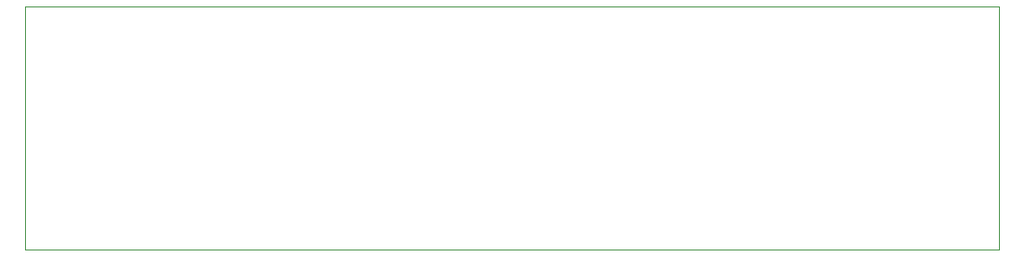
<source format=gbr>
%TF.GenerationSoftware,KiCad,Pcbnew,7.0.7*%
%TF.CreationDate,2024-03-02T18:47:47+03:00*%
%TF.ProjectId,Main_PCB_002,4d61696e-5f50-4434-925f-3030322e6b69,rev?*%
%TF.SameCoordinates,Original*%
%TF.FileFunction,Profile,NP*%
%FSLAX46Y46*%
G04 Gerber Fmt 4.6, Leading zero omitted, Abs format (unit mm)*
G04 Created by KiCad (PCBNEW 7.0.7) date 2024-03-02 18:47:47*
%MOMM*%
%LPD*%
G01*
G04 APERTURE LIST*
%TA.AperFunction,Profile*%
%ADD10C,0.100000*%
%TD*%
G04 APERTURE END LIST*
D10*
X71755000Y-125730000D02*
X71755000Y-103505000D01*
X160655000Y-125730000D02*
X71755000Y-125730000D01*
X160655000Y-103505000D02*
X160655000Y-125730000D01*
X71755000Y-103505000D02*
X160655000Y-103505000D01*
M02*

</source>
